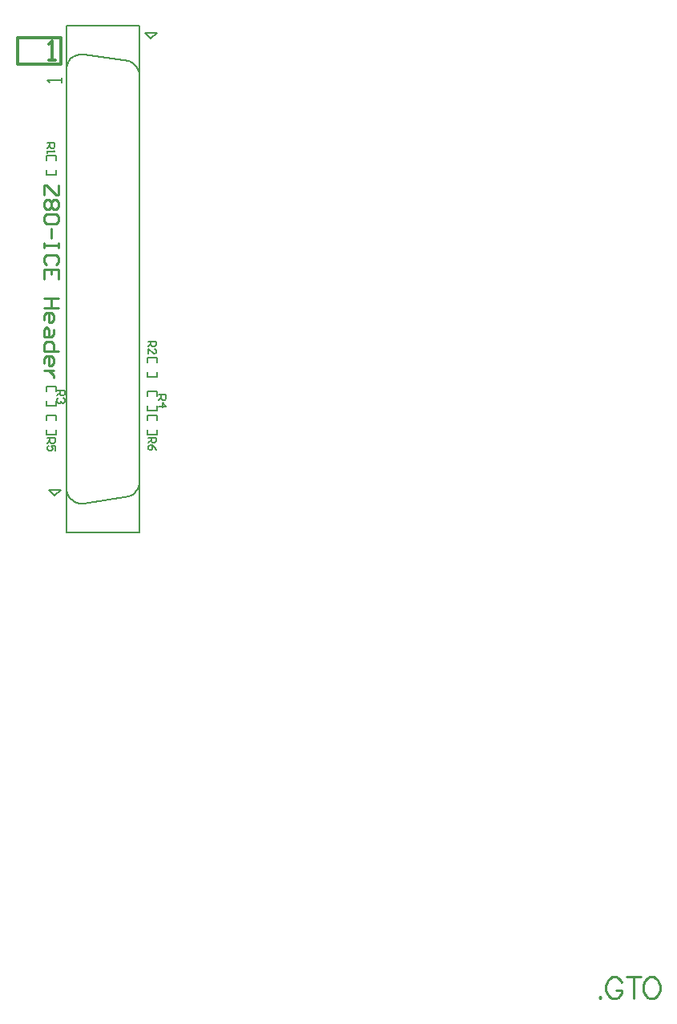
<source format=gto>
%FSLAX44Y44*%
%MOMM*%
G71*
G01*
G75*
%ADD10C,0.2000*%
%ADD11R,0.6000X0.5000*%
%ADD12C,1.0000*%
%ADD13C,0.6000*%
%ADD14C,0.3300*%
%ADD15C,0.4000*%
%ADD16C,0.3000*%
%ADD17C,0.7000*%
%ADD18C,0.5000*%
%ADD19C,0.2540*%
%ADD20C,0.2286*%
%ADD21C,1.5000*%
%ADD22R,1.5000X1.5000*%
%ADD23C,1.4500*%
%ADD24R,1.4500X1.4500*%
%ADD25C,0.1500*%
%ADD26C,0.1270*%
%ADD27C,0.3500*%
D10*
X2327136Y2383858D02*
X2324601Y2384015D01*
X2322073Y2383777D01*
X2319611Y2383151D01*
X2317277Y2382152D01*
X2315125Y2380802D01*
X2313208Y2379136D01*
X2311573Y2377193D01*
X2310258Y2375020D01*
X2309295Y2372670D01*
X2308708Y2370199D01*
X2308511Y2367667D01*
X2385511Y2361317D02*
X2385314Y2363836D01*
X2384727Y2366294D01*
X2383766Y2368631D01*
X2382453Y2370789D01*
X2380820Y2372718D01*
X2378907Y2374369D01*
X2376761Y2375702D01*
X2374434Y2376686D01*
Y1916848D02*
X2376761Y1917832D01*
X2378907Y1919165D01*
X2380820Y1920816D01*
X2382453Y1922745D01*
X2383766Y1924904D01*
X2384727Y1927240D01*
X2385314Y1929698D01*
X2385511Y1932217D01*
X2308511Y1925867D02*
X2308708Y1923335D01*
X2309295Y1920864D01*
X2310258Y1918514D01*
X2311573Y1916341D01*
X2313208Y1914398D01*
X2315125Y1912732D01*
X2317277Y1911382D01*
X2319611Y1910383D01*
X2322073Y1909756D01*
X2324601Y1909519D01*
X2327136Y1909676D01*
X2327136D02*
X2374434Y1916848D01*
X2327136Y2383858D02*
X2374434Y2376686D01*
X2385511Y1879317D02*
Y2414317D01*
X2308511D02*
X2385511D01*
X2308511Y1879317D02*
Y2414317D01*
Y1879317D02*
X2385511D01*
X2296286Y1917827D02*
X2302636Y1924177D01*
X2289936D02*
X2296286Y1917827D01*
X2289936Y1924177D02*
X2302636D01*
X2391536Y2406777D02*
X2404236D01*
X2391536D02*
X2397886Y2400427D01*
X2404236Y2406777D01*
D16*
X2256916Y2401697D02*
X2302636D01*
Y2373757D02*
Y2401697D01*
X2256916Y2373757D02*
X2302636D01*
X2256916D02*
Y2401697D01*
D19*
X2300091Y2245997D02*
Y2235840D01*
X2297552D01*
X2287395Y2245997D01*
X2284856D01*
Y2235840D01*
X2297552Y2230762D02*
X2300091Y2228223D01*
Y2223144D01*
X2297552Y2220605D01*
X2295013D01*
X2292473Y2223144D01*
X2289934Y2220605D01*
X2287395D01*
X2284856Y2223144D01*
Y2228223D01*
X2287395Y2230762D01*
X2289934D01*
X2292473Y2228223D01*
X2295013Y2230762D01*
X2297552D01*
X2292473Y2228223D02*
Y2223144D01*
X2297552Y2215527D02*
X2300091Y2212988D01*
Y2207909D01*
X2297552Y2205370D01*
X2287395D01*
X2284856Y2207909D01*
Y2212988D01*
X2287395Y2215527D01*
X2297552D01*
X2292473Y2200292D02*
Y2190135D01*
X2300091Y2185057D02*
Y2179978D01*
Y2182518D01*
X2284856D01*
Y2185057D01*
Y2179978D01*
X2297552Y2162204D02*
X2300091Y2164743D01*
Y2169822D01*
X2297552Y2172361D01*
X2287395D01*
X2284856Y2169822D01*
Y2164743D01*
X2287395Y2162204D01*
X2300091Y2146969D02*
Y2157126D01*
X2284856D01*
Y2146969D01*
X2292473Y2157126D02*
Y2152047D01*
X2300091Y2126656D02*
X2284856D01*
X2292473D01*
Y2116499D01*
X2300091D01*
X2284856D01*
Y2103803D02*
Y2108881D01*
X2287395Y2111420D01*
X2292473D01*
X2295013Y2108881D01*
Y2103803D01*
X2292473Y2101264D01*
X2289934D01*
Y2111420D01*
X2295013Y2093646D02*
Y2088568D01*
X2292473Y2086029D01*
X2284856D01*
Y2093646D01*
X2287395Y2096185D01*
X2289934Y2093646D01*
Y2086029D01*
X2300091Y2070794D02*
X2284856D01*
Y2078411D01*
X2287395Y2080950D01*
X2292473D01*
X2295013Y2078411D01*
Y2070794D01*
X2284856Y2058098D02*
Y2063176D01*
X2287395Y2065715D01*
X2292473D01*
X2295013Y2063176D01*
Y2058098D01*
X2292473Y2055559D01*
X2289934D01*
Y2065715D01*
X2295013Y2050480D02*
X2284856D01*
X2289934D01*
X2292473Y2047941D01*
X2295013Y2045402D01*
Y2042863D01*
D20*
X2872684Y1389144D02*
X2871596Y1388055D01*
X2872684Y1386967D01*
X2873772Y1388055D01*
X2872684Y1389144D01*
X2895104Y1404380D02*
X2894016Y1406557D01*
X2891839Y1408734D01*
X2889662Y1409822D01*
X2885309D01*
X2883132Y1408734D01*
X2880956Y1406557D01*
X2879867Y1404380D01*
X2878779Y1401115D01*
Y1395674D01*
X2879867Y1392409D01*
X2880956Y1390232D01*
X2883132Y1388055D01*
X2885309Y1386967D01*
X2889662D01*
X2891839Y1388055D01*
X2894016Y1390232D01*
X2895104Y1392409D01*
Y1395674D01*
X2889662D02*
X2895104D01*
X2907946Y1409822D02*
Y1386967D01*
X2900328Y1409822D02*
X2915565D01*
X2924815D02*
X2922639Y1408734D01*
X2920462Y1406557D01*
X2919374Y1404380D01*
X2918286Y1401115D01*
Y1395674D01*
X2919374Y1392409D01*
X2920462Y1390232D01*
X2922639Y1388055D01*
X2924815Y1386967D01*
X2929169D01*
X2931346Y1388055D01*
X2933522Y1390232D01*
X2934611Y1392409D01*
X2935699Y1395674D01*
Y1401115D01*
X2934611Y1404380D01*
X2933522Y1406557D01*
X2931346Y1408734D01*
X2929169Y1409822D01*
X2924815D01*
D25*
X2287476Y1982677D02*
Y1987677D01*
X2297476Y1982677D02*
Y1987677D01*
Y1997677D02*
Y2002677D01*
X2287476Y1997677D02*
Y2002677D01*
Y1982677D02*
X2297476D01*
X2287476Y2002677D02*
X2297476D01*
X2287476Y2013157D02*
Y2018157D01*
X2297476Y2013157D02*
Y2018157D01*
Y2028157D02*
Y2033157D01*
X2287476Y2028157D02*
Y2033157D01*
Y2013157D02*
X2297476D01*
X2287476Y2033157D02*
X2297476D01*
X2287476Y2256997D02*
Y2261997D01*
X2297476Y2256997D02*
Y2261997D01*
Y2271997D02*
Y2276997D01*
X2287476Y2271997D02*
Y2276997D01*
Y2256997D02*
X2297476D01*
X2287476Y2276997D02*
X2297476D01*
X2394156Y2043637D02*
Y2048637D01*
X2404156Y2043637D02*
Y2048637D01*
Y2058637D02*
Y2063637D01*
X2394156Y2058637D02*
Y2063637D01*
Y2043637D02*
X2404156D01*
X2394156Y2063637D02*
X2404156D01*
X2394156Y2008077D02*
Y2013077D01*
X2404156Y2008077D02*
Y2013077D01*
Y2023077D02*
Y2028077D01*
X2394156Y2023077D02*
Y2028077D01*
Y2008077D02*
X2404156D01*
X2394156Y2028077D02*
X2404156D01*
X2394156Y1982677D02*
Y1987677D01*
X2404156Y1982677D02*
Y1987677D01*
Y1997677D02*
Y2002677D01*
X2394156Y1997677D02*
Y2002677D01*
Y1982677D02*
X2404156D01*
X2394156Y2002677D02*
X2404156D01*
X2303511Y2353817D02*
Y2358815D01*
Y2356316D01*
X2288516D01*
X2291015Y2353817D01*
D26*
X2395191Y2080817D02*
X2403189D01*
Y2076818D01*
X2401856Y2075485D01*
X2399190D01*
X2397857Y2076818D01*
Y2080817D01*
Y2078151D02*
X2395191Y2075485D01*
Y2067488D02*
Y2072820D01*
X2400523Y2067488D01*
X2401856D01*
X2403189Y2068821D01*
Y2071487D01*
X2401856Y2072820D01*
X2288291Y2290317D02*
X2296288D01*
Y2286318D01*
X2294955Y2284985D01*
X2292289D01*
X2290956Y2286318D01*
Y2290317D01*
Y2287651D02*
X2288291Y2284985D01*
Y2282320D02*
Y2279654D01*
Y2280987D01*
X2296288D01*
X2294955Y2282320D01*
X2405916Y2024317D02*
X2413913D01*
Y2020318D01*
X2412580Y2018985D01*
X2409915D01*
X2408582Y2020318D01*
Y2024317D01*
Y2021651D02*
X2405916Y2018985D01*
Y2012321D02*
X2413913D01*
X2409915Y2016320D01*
Y2010988D01*
X2395363Y1979349D02*
X2403361D01*
Y1975351D01*
X2402028Y1974018D01*
X2399362D01*
X2398029Y1975351D01*
Y1979349D01*
Y1976684D02*
X2395363Y1974018D01*
X2403361Y1966020D02*
X2402028Y1968686D01*
X2399362Y1971352D01*
X2396696D01*
X2395363Y1970019D01*
Y1967353D01*
X2396696Y1966020D01*
X2398029D01*
X2399362Y1967353D01*
Y1971352D01*
X2298904Y2029005D02*
X2306902D01*
Y2025006D01*
X2305569Y2023673D01*
X2302903D01*
X2301570Y2025006D01*
Y2029005D01*
Y2026339D02*
X2298904Y2023673D01*
X2305569Y2021007D02*
X2306902Y2019675D01*
Y2017009D01*
X2305569Y2015676D01*
X2304236D01*
X2302903Y2017009D01*
Y2018342D01*
Y2017009D01*
X2301570Y2015676D01*
X2300237D01*
X2298904Y2017009D01*
Y2019675D01*
X2300237Y2021007D01*
X2288536Y1978817D02*
X2296533D01*
Y1974818D01*
X2295200Y1973485D01*
X2292534D01*
X2291201Y1974818D01*
Y1978817D01*
Y1976151D02*
X2288536Y1973485D01*
X2296533Y1965488D02*
Y1970820D01*
X2292534D01*
X2293867Y1968154D01*
Y1966821D01*
X2292534Y1965488D01*
X2289869D01*
X2288536Y1966821D01*
Y1969487D01*
X2289869Y1970820D01*
D27*
X2289936Y2377817D02*
X2296600D01*
X2293268D01*
Y2397811D01*
X2289936Y2394478D01*
M02*

</source>
